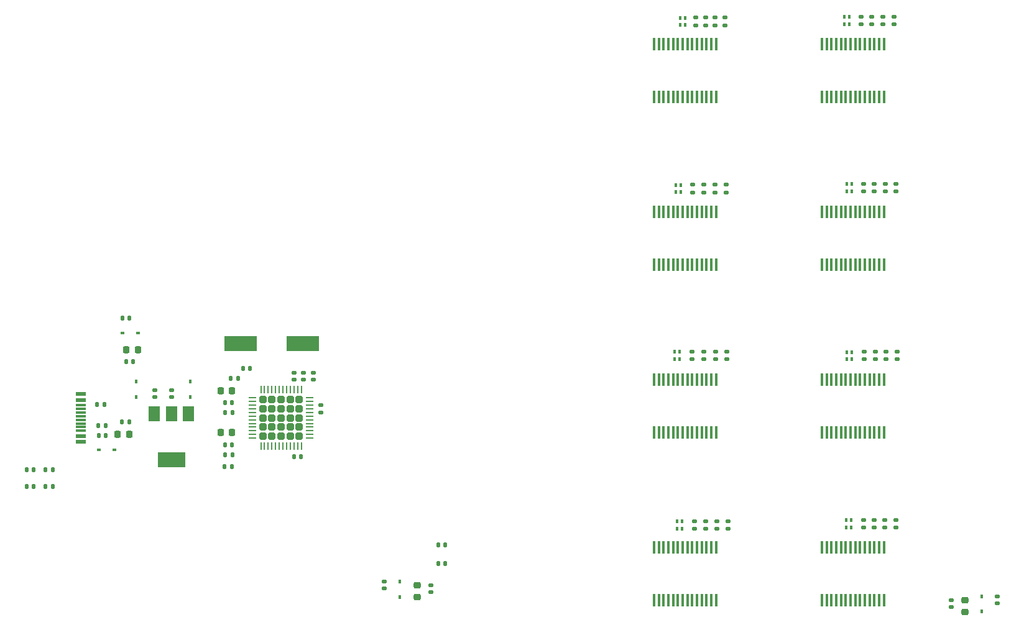
<source format=gtp>
G04 #@! TF.GenerationSoftware,KiCad,Pcbnew,(6.0.7)*
G04 #@! TF.CreationDate,2023-05-24T01:03:00-04:00*
G04 #@! TF.ProjectId,ECELab_v1,4543454c-6162-45f7-9631-2e6b69636164,rev?*
G04 #@! TF.SameCoordinates,Original*
G04 #@! TF.FileFunction,Paste,Top*
G04 #@! TF.FilePolarity,Positive*
%FSLAX46Y46*%
G04 Gerber Fmt 4.6, Leading zero omitted, Abs format (unit mm)*
G04 Created by KiCad (PCBNEW (6.0.7)) date 2023-05-24 01:03:00*
%MOMM*%
%LPD*%
G01*
G04 APERTURE LIST*
G04 Aperture macros list*
%AMRoundRect*
0 Rectangle with rounded corners*
0 $1 Rounding radius*
0 $2 $3 $4 $5 $6 $7 $8 $9 X,Y pos of 4 corners*
0 Add a 4 corners polygon primitive as box body*
4,1,4,$2,$3,$4,$5,$6,$7,$8,$9,$2,$3,0*
0 Add four circle primitives for the rounded corners*
1,1,$1+$1,$2,$3*
1,1,$1+$1,$4,$5*
1,1,$1+$1,$6,$7*
1,1,$1+$1,$8,$9*
0 Add four rect primitives between the rounded corners*
20,1,$1+$1,$2,$3,$4,$5,0*
20,1,$1+$1,$4,$5,$6,$7,0*
20,1,$1+$1,$6,$7,$8,$9,0*
20,1,$1+$1,$8,$9,$2,$3,0*%
G04 Aperture macros list end*
%ADD10RoundRect,0.140000X-0.170000X0.140000X-0.170000X-0.140000X0.170000X-0.140000X0.170000X0.140000X0*%
%ADD11RoundRect,0.140000X0.170000X-0.140000X0.170000X0.140000X-0.170000X0.140000X-0.170000X-0.140000X0*%
%ADD12R,0.600000X0.450000*%
%ADD13RoundRect,0.135000X0.185000X-0.135000X0.185000X0.135000X-0.185000X0.135000X-0.185000X-0.135000X0*%
%ADD14RoundRect,0.140000X-0.140000X-0.170000X0.140000X-0.170000X0.140000X0.170000X-0.140000X0.170000X0*%
%ADD15R,0.400000X0.500000*%
%ADD16RoundRect,0.140000X0.140000X0.170000X-0.140000X0.170000X-0.140000X-0.170000X0.140000X-0.170000X0*%
%ADD17RoundRect,0.135000X-0.135000X-0.185000X0.135000X-0.185000X0.135000X0.185000X-0.135000X0.185000X0*%
%ADD18RoundRect,0.218750X0.256250X-0.218750X0.256250X0.218750X-0.256250X0.218750X-0.256250X-0.218750X0*%
%ADD19R,0.450000X1.750000*%
%ADD20RoundRect,0.135000X0.135000X0.185000X-0.135000X0.185000X-0.135000X-0.185000X0.135000X-0.185000X0*%
%ADD21RoundRect,0.218750X-0.218750X-0.256250X0.218750X-0.256250X0.218750X0.256250X-0.218750X0.256250X0*%
%ADD22RoundRect,0.135000X-0.185000X0.135000X-0.185000X-0.135000X0.185000X-0.135000X0.185000X0.135000X0*%
%ADD23RoundRect,0.147500X-0.147500X-0.172500X0.147500X-0.172500X0.147500X0.172500X-0.147500X0.172500X0*%
%ADD24R,1.500000X2.000000*%
%ADD25R,3.800000X2.000000*%
%ADD26R,1.450000X0.600000*%
%ADD27R,1.450000X0.300000*%
%ADD28R,0.450000X0.600000*%
%ADD29RoundRect,0.250000X-0.250000X-0.250000X0.250000X-0.250000X0.250000X0.250000X-0.250000X0.250000X0*%
%ADD30RoundRect,0.062500X-0.412500X-0.062500X0.412500X-0.062500X0.412500X0.062500X-0.412500X0.062500X0*%
%ADD31RoundRect,0.062500X-0.062500X-0.412500X0.062500X-0.412500X0.062500X0.412500X-0.062500X0.412500X0*%
%ADD32R,4.500000X2.000000*%
%ADD33RoundRect,0.218750X0.218750X0.256250X-0.218750X0.256250X-0.218750X-0.256250X0.218750X-0.256250X0*%
G04 APERTURE END LIST*
D10*
X143637000Y-114810600D03*
X143637000Y-115770600D03*
D11*
X125628400Y-118158200D03*
X125628400Y-117198200D03*
D10*
X154609800Y-143258700D03*
X154609800Y-144218700D03*
D12*
X121065000Y-109397800D03*
X118965000Y-109397800D03*
D13*
X224000000Y-67360000D03*
X224000000Y-66340000D03*
D14*
X118976200Y-107442000D03*
X119936200Y-107442000D03*
D15*
X217531200Y-135932800D03*
X218231200Y-135932800D03*
X218231200Y-134932800D03*
X217531200Y-134932800D03*
D16*
X136344600Y-114274600D03*
X135384600Y-114274600D03*
X119860000Y-121513600D03*
X118900000Y-121513600D03*
D17*
X132916200Y-126034800D03*
X133936200Y-126034800D03*
D18*
X233654600Y-147421700D03*
X233654600Y-145846700D03*
D14*
X133733600Y-115646200D03*
X134693600Y-115646200D03*
D19*
X191355000Y-77260000D03*
X192005000Y-77260000D03*
X192655000Y-77260000D03*
X193305000Y-77260000D03*
X193955000Y-77260000D03*
X194605000Y-77260000D03*
X195255000Y-77260000D03*
X195905000Y-77260000D03*
X196555000Y-77260000D03*
X197205000Y-77260000D03*
X197855000Y-77260000D03*
X198505000Y-77260000D03*
X199155000Y-77260000D03*
X199805000Y-77260000D03*
X199805000Y-70060000D03*
X199155000Y-70060000D03*
X198505000Y-70060000D03*
X197855000Y-70060000D03*
X197205000Y-70060000D03*
X196555000Y-70060000D03*
X195905000Y-70060000D03*
X195255000Y-70060000D03*
X194605000Y-70060000D03*
X193955000Y-70060000D03*
X193305000Y-70060000D03*
X192655000Y-70060000D03*
X192005000Y-70060000D03*
X191355000Y-70060000D03*
D13*
X221462600Y-113032000D03*
X221462600Y-112012000D03*
X199923400Y-136120600D03*
X199923400Y-135100600D03*
D20*
X116715000Y-122021600D03*
X115695000Y-122021600D03*
D15*
X194925000Y-67475000D03*
X195625000Y-67475000D03*
X195625000Y-66475000D03*
X194925000Y-66475000D03*
D21*
X118287700Y-123215400D03*
X119862700Y-123215400D03*
D19*
X191355000Y-122980000D03*
X192005000Y-122980000D03*
X192655000Y-122980000D03*
X193305000Y-122980000D03*
X193955000Y-122980000D03*
X194605000Y-122980000D03*
X195255000Y-122980000D03*
X195905000Y-122980000D03*
X196555000Y-122980000D03*
X197205000Y-122980000D03*
X197855000Y-122980000D03*
X198505000Y-122980000D03*
X199155000Y-122980000D03*
X199805000Y-122980000D03*
X199805000Y-115780000D03*
X199155000Y-115780000D03*
X198505000Y-115780000D03*
X197855000Y-115780000D03*
X197205000Y-115780000D03*
X196555000Y-115780000D03*
X195905000Y-115780000D03*
X195255000Y-115780000D03*
X194605000Y-115780000D03*
X193955000Y-115780000D03*
X193305000Y-115780000D03*
X192655000Y-115780000D03*
X192005000Y-115780000D03*
X191355000Y-115780000D03*
D13*
X221361000Y-135942800D03*
X221361000Y-134922800D03*
X222961200Y-113032000D03*
X222961200Y-112012000D03*
D22*
X196550800Y-111978600D03*
X196550800Y-112998600D03*
D16*
X133908200Y-124637800D03*
X132948200Y-124637800D03*
D13*
X198125600Y-112998600D03*
X198125600Y-111978600D03*
D19*
X214215000Y-145840000D03*
X214865000Y-145840000D03*
X215515000Y-145840000D03*
X216165000Y-145840000D03*
X216815000Y-145840000D03*
X217465000Y-145840000D03*
X218115000Y-145840000D03*
X218765000Y-145840000D03*
X219415000Y-145840000D03*
X220065000Y-145840000D03*
X220715000Y-145840000D03*
X221365000Y-145840000D03*
X222015000Y-145840000D03*
X222665000Y-145840000D03*
X222665000Y-138640000D03*
X222015000Y-138640000D03*
X221365000Y-138640000D03*
X220715000Y-138640000D03*
X220065000Y-138640000D03*
X219415000Y-138640000D03*
X218765000Y-138640000D03*
X218115000Y-138640000D03*
X217465000Y-138640000D03*
X216815000Y-138640000D03*
X216165000Y-138640000D03*
X215515000Y-138640000D03*
X214865000Y-138640000D03*
X214215000Y-138640000D03*
D15*
X217582000Y-113022000D03*
X218282000Y-113022000D03*
X218282000Y-112022000D03*
X217582000Y-112022000D03*
D13*
X201472800Y-136120600D03*
X201472800Y-135100600D03*
D22*
X219938600Y-112012000D03*
X219938600Y-113032000D03*
D14*
X161978400Y-138303000D03*
X162938400Y-138303000D03*
D15*
X217275000Y-67350000D03*
X217975000Y-67350000D03*
X217975000Y-66350000D03*
X217275000Y-66350000D03*
D23*
X105913200Y-128092200D03*
X106883200Y-128092200D03*
D24*
X127928400Y-120421000D03*
X125628400Y-120421000D03*
D25*
X125628400Y-126721000D03*
D24*
X123328400Y-120421000D03*
D13*
X198350000Y-67485000D03*
X198350000Y-66465000D03*
D21*
X132335900Y-117322600D03*
X133910900Y-117322600D03*
D12*
X117839200Y-125349000D03*
X115739200Y-125349000D03*
D14*
X119458800Y-113360200D03*
X120418800Y-113360200D03*
D22*
X219550000Y-66340000D03*
X219550000Y-67360000D03*
X145973800Y-119251000D03*
X145973800Y-120271000D03*
D10*
X231800400Y-145849400D03*
X231800400Y-146809400D03*
D17*
X132890800Y-127609600D03*
X133910800Y-127609600D03*
D26*
X113314600Y-117755600D03*
X113314600Y-118555600D03*
D27*
X113314600Y-119755600D03*
X113314600Y-120755600D03*
X113314600Y-121255600D03*
X113314600Y-122255600D03*
D26*
X113314600Y-123455600D03*
X113314600Y-124255600D03*
X113314600Y-124255600D03*
X113314600Y-123455600D03*
D27*
X113314600Y-122755600D03*
X113314600Y-121755600D03*
X113314600Y-120255600D03*
X113314600Y-119255600D03*
D26*
X113314600Y-118555600D03*
X113314600Y-117755600D03*
D13*
X201300600Y-112998600D03*
X201300600Y-111978600D03*
D19*
X214215000Y-100120000D03*
X214865000Y-100120000D03*
X215515000Y-100120000D03*
X216165000Y-100120000D03*
X216815000Y-100120000D03*
X217465000Y-100120000D03*
X218115000Y-100120000D03*
X218765000Y-100120000D03*
X219415000Y-100120000D03*
X220065000Y-100120000D03*
X220715000Y-100120000D03*
X221365000Y-100120000D03*
X222015000Y-100120000D03*
X222665000Y-100120000D03*
X222665000Y-92920000D03*
X222015000Y-92920000D03*
X221365000Y-92920000D03*
X220715000Y-92920000D03*
X220065000Y-92920000D03*
X219415000Y-92920000D03*
X218765000Y-92920000D03*
X218115000Y-92920000D03*
X217465000Y-92920000D03*
X216815000Y-92920000D03*
X216165000Y-92920000D03*
X215515000Y-92920000D03*
X214865000Y-92920000D03*
X214215000Y-92920000D03*
D28*
X156750800Y-145377000D03*
X156750800Y-143277000D03*
D14*
X161978400Y-140843000D03*
X162938400Y-140843000D03*
D29*
X143043600Y-119765600D03*
X141803600Y-119765600D03*
X139323600Y-118525600D03*
X141803600Y-121005600D03*
X141803600Y-123485600D03*
X143043600Y-118525600D03*
X138083600Y-119765600D03*
X140563600Y-118525600D03*
X139323600Y-123485600D03*
X140563600Y-119765600D03*
X138083600Y-123485600D03*
X138083600Y-122245600D03*
X141803600Y-122245600D03*
X139323600Y-122245600D03*
X143043600Y-122245600D03*
X143043600Y-123485600D03*
X138083600Y-121005600D03*
X140563600Y-121005600D03*
X139323600Y-121005600D03*
X143043600Y-121005600D03*
X138083600Y-118525600D03*
X139323600Y-119765600D03*
X141803600Y-118525600D03*
X140563600Y-122245600D03*
X140563600Y-123485600D03*
D30*
X136688600Y-118255600D03*
X136688600Y-118755600D03*
X136688600Y-119255600D03*
X136688600Y-119755600D03*
X136688600Y-120255600D03*
X136688600Y-120755600D03*
X136688600Y-121255600D03*
X136688600Y-121755600D03*
X136688600Y-122255600D03*
X136688600Y-122755600D03*
X136688600Y-123255600D03*
X136688600Y-123755600D03*
D31*
X137813600Y-124880600D03*
X138313600Y-124880600D03*
X138813600Y-124880600D03*
X139313600Y-124880600D03*
X139813600Y-124880600D03*
X140313600Y-124880600D03*
X140813600Y-124880600D03*
X141313600Y-124880600D03*
X141813600Y-124880600D03*
X142313600Y-124880600D03*
X142813600Y-124880600D03*
X143313600Y-124880600D03*
D30*
X144438600Y-123755600D03*
X144438600Y-123255600D03*
X144438600Y-122755600D03*
X144438600Y-122255600D03*
X144438600Y-121755600D03*
X144438600Y-121255600D03*
X144438600Y-120755600D03*
X144438600Y-120255600D03*
X144438600Y-119755600D03*
X144438600Y-119255600D03*
X144438600Y-118755600D03*
X144438600Y-118255600D03*
D31*
X143313600Y-117130600D03*
X142813600Y-117130600D03*
X142313600Y-117130600D03*
X141813600Y-117130600D03*
X141313600Y-117130600D03*
X140813600Y-117130600D03*
X140313600Y-117130600D03*
X139813600Y-117130600D03*
X139313600Y-117130600D03*
X138813600Y-117130600D03*
X138313600Y-117130600D03*
X137813600Y-117130600D03*
D16*
X133908200Y-118897400D03*
X132948200Y-118897400D03*
D19*
X191355000Y-145840000D03*
X192005000Y-145840000D03*
X192655000Y-145840000D03*
X193305000Y-145840000D03*
X193955000Y-145840000D03*
X194605000Y-145840000D03*
X195255000Y-145840000D03*
X195905000Y-145840000D03*
X196555000Y-145840000D03*
X197205000Y-145840000D03*
X197855000Y-145840000D03*
X198505000Y-145840000D03*
X199155000Y-145840000D03*
X199805000Y-145840000D03*
X199805000Y-138640000D03*
X199155000Y-138640000D03*
X198505000Y-138640000D03*
X197855000Y-138640000D03*
X197205000Y-138640000D03*
X196555000Y-138640000D03*
X195905000Y-138640000D03*
X195255000Y-138640000D03*
X194605000Y-138640000D03*
X193955000Y-138640000D03*
X193305000Y-138640000D03*
X192655000Y-138640000D03*
X192005000Y-138640000D03*
X191355000Y-138640000D03*
D32*
X143518200Y-110845600D03*
X135018200Y-110845600D03*
D11*
X142316200Y-115770600D03*
X142316200Y-114810600D03*
D13*
X224307400Y-135942800D03*
X224307400Y-134922800D03*
X222808800Y-135942800D03*
X222808800Y-134922800D03*
X199650000Y-90260000D03*
X199650000Y-89240000D03*
D19*
X191355000Y-100120000D03*
X192005000Y-100120000D03*
X192655000Y-100120000D03*
X193305000Y-100120000D03*
X193955000Y-100120000D03*
X194605000Y-100120000D03*
X195255000Y-100120000D03*
X195905000Y-100120000D03*
X196555000Y-100120000D03*
X197205000Y-100120000D03*
X197855000Y-100120000D03*
X198505000Y-100120000D03*
X199155000Y-100120000D03*
X199805000Y-100120000D03*
X199805000Y-92920000D03*
X199155000Y-92920000D03*
X198505000Y-92920000D03*
X197855000Y-92920000D03*
X197205000Y-92920000D03*
X196555000Y-92920000D03*
X195905000Y-92920000D03*
X195255000Y-92920000D03*
X194605000Y-92920000D03*
X193955000Y-92920000D03*
X193305000Y-92920000D03*
X192655000Y-92920000D03*
X192005000Y-92920000D03*
X191355000Y-92920000D03*
D28*
X128219200Y-116069400D03*
X128219200Y-118169400D03*
D11*
X123342400Y-118158200D03*
X123342400Y-117198200D03*
D16*
X143304200Y-126288800D03*
X142344200Y-126288800D03*
D13*
X198399400Y-136120600D03*
X198399400Y-135100600D03*
D19*
X214215000Y-122980000D03*
X214865000Y-122980000D03*
X215515000Y-122980000D03*
X216165000Y-122980000D03*
X216815000Y-122980000D03*
X217465000Y-122980000D03*
X218115000Y-122980000D03*
X218765000Y-122980000D03*
X219415000Y-122980000D03*
X220065000Y-122980000D03*
X220715000Y-122980000D03*
X221365000Y-122980000D03*
X222015000Y-122980000D03*
X222665000Y-122980000D03*
X222665000Y-115780000D03*
X222015000Y-115780000D03*
X221365000Y-115780000D03*
X220715000Y-115780000D03*
X220065000Y-115780000D03*
X219415000Y-115780000D03*
X218765000Y-115780000D03*
X218115000Y-115780000D03*
X217465000Y-115780000D03*
X216815000Y-115780000D03*
X216165000Y-115780000D03*
X215515000Y-115780000D03*
X214865000Y-115780000D03*
X214215000Y-115780000D03*
D10*
X144983200Y-114810600D03*
X144983200Y-115770600D03*
X238125000Y-145290600D03*
X238125000Y-146250600D03*
D13*
X201175000Y-90260000D03*
X201175000Y-89240000D03*
D33*
X121056500Y-111683800D03*
X119481500Y-111683800D03*
D13*
X221025000Y-67360000D03*
X221025000Y-66340000D03*
D14*
X115725000Y-123444000D03*
X116685000Y-123444000D03*
D18*
X159080200Y-145389800D03*
X159080200Y-143814800D03*
D21*
X132333900Y-122961400D03*
X133908900Y-122961400D03*
D20*
X133938200Y-120243600D03*
X132918200Y-120243600D03*
D13*
X221350000Y-90110000D03*
X221350000Y-89090000D03*
X198100000Y-90260000D03*
X198100000Y-89240000D03*
X224300000Y-90110000D03*
X224300000Y-89090000D03*
D15*
X194168800Y-112988600D03*
X194868800Y-112988600D03*
X194868800Y-111988600D03*
X194168800Y-111988600D03*
D20*
X109466500Y-130352800D03*
X108446500Y-130352800D03*
X109476000Y-128092200D03*
X108456000Y-128092200D03*
D13*
X200975000Y-67485000D03*
X200975000Y-66465000D03*
D28*
X236016800Y-147404800D03*
X236016800Y-145304800D03*
D22*
X219862400Y-134922800D03*
X219862400Y-135942800D03*
D15*
X194300000Y-90250000D03*
X195000000Y-90250000D03*
X195000000Y-89250000D03*
X194300000Y-89250000D03*
D28*
X120827800Y-118169400D03*
X120827800Y-116069400D03*
D22*
X197050000Y-66465000D03*
X197050000Y-67485000D03*
D13*
X199675000Y-67485000D03*
X199675000Y-66465000D03*
D15*
X194493400Y-136110600D03*
X195193400Y-136110600D03*
X195193400Y-135110600D03*
X194493400Y-135110600D03*
D22*
X196625000Y-89240000D03*
X196625000Y-90260000D03*
D13*
X222500000Y-67360000D03*
X222500000Y-66340000D03*
D22*
X196850000Y-135100600D03*
X196850000Y-136120600D03*
D13*
X224485200Y-113032000D03*
X224485200Y-112012000D03*
D17*
X115491800Y-119151400D03*
X116511800Y-119151400D03*
D13*
X222825000Y-90110000D03*
X222825000Y-89090000D03*
D23*
X105906100Y-130352800D03*
X106876100Y-130352800D03*
D15*
X217575000Y-90100000D03*
X218275000Y-90100000D03*
X218275000Y-89100000D03*
X217575000Y-89100000D03*
D22*
X219900000Y-89090000D03*
X219900000Y-90110000D03*
D13*
X199700400Y-112998600D03*
X199700400Y-111978600D03*
D10*
X160934400Y-143817500D03*
X160934400Y-144777500D03*
D19*
X214215000Y-77260000D03*
X214865000Y-77260000D03*
X215515000Y-77260000D03*
X216165000Y-77260000D03*
X216815000Y-77260000D03*
X217465000Y-77260000D03*
X218115000Y-77260000D03*
X218765000Y-77260000D03*
X219415000Y-77260000D03*
X220065000Y-77260000D03*
X220715000Y-77260000D03*
X221365000Y-77260000D03*
X222015000Y-77260000D03*
X222665000Y-77260000D03*
X222665000Y-70060000D03*
X222015000Y-70060000D03*
X221365000Y-70060000D03*
X220715000Y-70060000D03*
X220065000Y-70060000D03*
X219415000Y-70060000D03*
X218765000Y-70060000D03*
X218115000Y-70060000D03*
X217465000Y-70060000D03*
X216815000Y-70060000D03*
X216165000Y-70060000D03*
X215515000Y-70060000D03*
X214865000Y-70060000D03*
X214215000Y-70060000D03*
M02*

</source>
